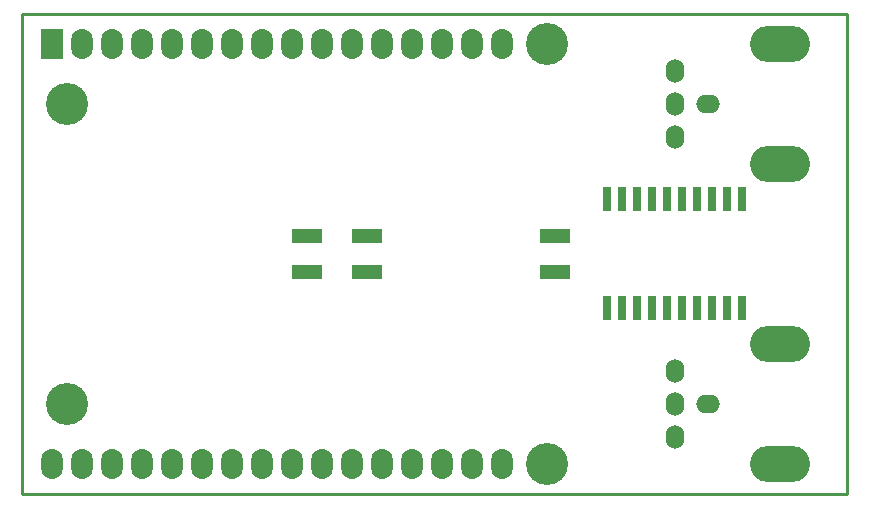
<source format=gbs>
G04 #@! TF.GenerationSoftware,KiCad,Pcbnew,no-vcs-found-a592832~58~ubuntu16.04.1*
G04 #@! TF.CreationDate,2017-03-09T13:35:24-05:00*
G04 #@! TF.ProjectId,encoder_interface_simple_3x2,656E636F6465725F696E746572666163,1.0*
G04 #@! TF.FileFunction,Soldermask,Bot*
G04 #@! TF.FilePolarity,Negative*
%FSLAX46Y46*%
G04 Gerber Fmt 4.6, Leading zero omitted, Abs format (unit mm)*
G04 Created by KiCad (PCBNEW no-vcs-found-a592832~58~ubuntu16.04.1) date Thu Mar  9 13:35:24 2017*
%MOMM*%
%LPD*%
G01*
G04 APERTURE LIST*
%ADD10C,0.100000*%
%ADD11C,0.228600*%
%ADD12O,1.854200X2.540000*%
%ADD13R,1.854200X2.540000*%
%ADD14C,3.556000*%
%ADD15R,2.540000X1.270000*%
%ADD16O,5.080000X3.048000*%
%ADD17O,2.032000X1.524000*%
%ADD18O,1.524000X2.032000*%
%ADD19R,0.740000X2.140000*%
G04 APERTURE END LIST*
D10*
D11*
X155575000Y-68580000D02*
X85725000Y-68580000D01*
X155575000Y-109220000D02*
X155575000Y-68580000D01*
X85725000Y-109220000D02*
X155575000Y-109220000D01*
X85725000Y-68580000D02*
X85725000Y-109220000D01*
D12*
X90805000Y-71120000D03*
X93345000Y-71120000D03*
D13*
X88265000Y-71120000D03*
D12*
X95885000Y-71120000D03*
X98425000Y-71120000D03*
X100965000Y-71120000D03*
X103505000Y-71120000D03*
X106045000Y-71120000D03*
X108585000Y-71120000D03*
X111125000Y-71120000D03*
X113665000Y-71120000D03*
X116205000Y-71120000D03*
X118745000Y-71120000D03*
X121285000Y-71120000D03*
X123825000Y-71120000D03*
X126365000Y-71120000D03*
X126365000Y-106680000D03*
X123825000Y-106680000D03*
X121285000Y-106680000D03*
X118745000Y-106680000D03*
X116205000Y-106680000D03*
X113665000Y-106680000D03*
X111125000Y-106680000D03*
X108585000Y-106680000D03*
X106045000Y-106680000D03*
X103505000Y-106680000D03*
X100965000Y-106680000D03*
X98425000Y-106680000D03*
X95885000Y-106680000D03*
X93345000Y-106680000D03*
X90805000Y-106680000D03*
X88265000Y-106680000D03*
D14*
X89535000Y-76200000D03*
X89535000Y-101600000D03*
X130175000Y-106680000D03*
X130175000Y-71120000D03*
D15*
X130810000Y-90424000D03*
X130810000Y-87376000D03*
D16*
X149860000Y-71120000D03*
X149860000Y-81280000D03*
D17*
X143764000Y-76200000D03*
D18*
X140970000Y-76200000D03*
X140970000Y-78994000D03*
X140970000Y-73406000D03*
X140970000Y-98806000D03*
X140970000Y-104394000D03*
X140970000Y-101600000D03*
D17*
X143764000Y-101600000D03*
D16*
X149860000Y-106680000D03*
X149860000Y-96520000D03*
D15*
X114935000Y-87376000D03*
X114935000Y-90424000D03*
X109855000Y-90424000D03*
X109855000Y-87376000D03*
D19*
X135255000Y-93550000D03*
X136525000Y-93550000D03*
X137795000Y-93550000D03*
X139065000Y-93550000D03*
X140335000Y-93550000D03*
X141605000Y-93550000D03*
X142875000Y-93550000D03*
X144145000Y-93550000D03*
X145415000Y-93550000D03*
X146685000Y-93550000D03*
X146685000Y-84250000D03*
X145415000Y-84250000D03*
X144145000Y-84250000D03*
X142875000Y-84250000D03*
X141605000Y-84250000D03*
X140335000Y-84250000D03*
X139065000Y-84250000D03*
X137795000Y-84250000D03*
X136525000Y-84250000D03*
X135255000Y-84250000D03*
M02*

</source>
